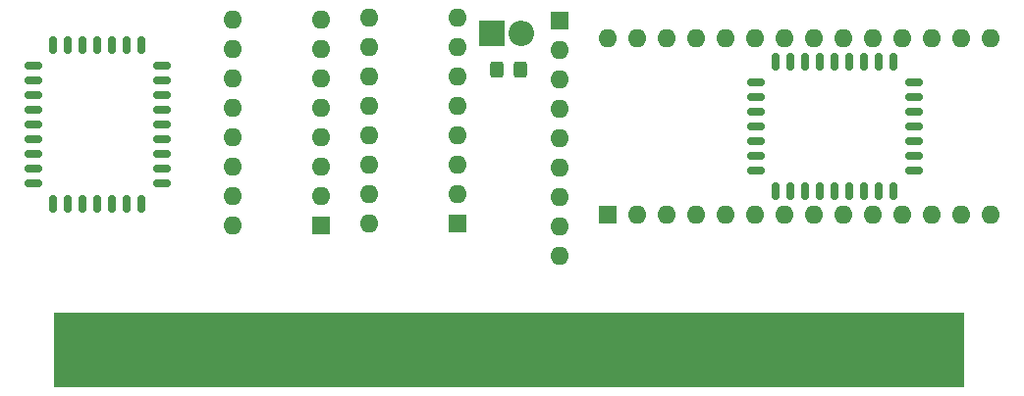
<source format=gbr>
%TF.GenerationSoftware,KiCad,Pcbnew,7.0.7*%
%TF.CreationDate,2023-09-07T16:09:01+01:00*%
%TF.ProjectId,FamiFlex,46616d69-466c-4657-982e-6b696361645f,rev?*%
%TF.SameCoordinates,Original*%
%TF.FileFunction,Soldermask,Top*%
%TF.FilePolarity,Negative*%
%FSLAX46Y46*%
G04 Gerber Fmt 4.6, Leading zero omitted, Abs format (unit mm)*
G04 Created by KiCad (PCBNEW 7.0.7) date 2023-09-07 16:09:01*
%MOMM*%
%LPD*%
G01*
G04 APERTURE LIST*
G04 Aperture macros list*
%AMRoundRect*
0 Rectangle with rounded corners*
0 $1 Rounding radius*
0 $2 $3 $4 $5 $6 $7 $8 $9 X,Y pos of 4 corners*
0 Add a 4 corners polygon primitive as box body*
4,1,4,$2,$3,$4,$5,$6,$7,$8,$9,$2,$3,0*
0 Add four circle primitives for the rounded corners*
1,1,$1+$1,$2,$3*
1,1,$1+$1,$4,$5*
1,1,$1+$1,$6,$7*
1,1,$1+$1,$8,$9*
0 Add four rect primitives between the rounded corners*
20,1,$1+$1,$2,$3,$4,$5,0*
20,1,$1+$1,$4,$5,$6,$7,0*
20,1,$1+$1,$6,$7,$8,$9,0*
20,1,$1+$1,$8,$9,$2,$3,0*%
G04 Aperture macros list end*
%ADD10C,0.100000*%
%ADD11RoundRect,0.250000X0.325000X0.450000X-0.325000X0.450000X-0.325000X-0.450000X0.325000X-0.450000X0*%
%ADD12R,2.200000X2.200000*%
%ADD13O,2.200000X2.200000*%
%ADD14R,1.600000X1.600000*%
%ADD15O,1.600000X1.600000*%
%ADD16RoundRect,0.150000X-0.150000X-0.587500X0.150000X-0.587500X0.150000X0.587500X-0.150000X0.587500X0*%
%ADD17RoundRect,0.150000X-0.587500X-0.150000X0.587500X-0.150000X0.587500X0.150000X-0.587500X0.150000X0*%
%ADD18RoundRect,0.150000X0.587500X-0.150000X0.587500X0.150000X-0.587500X0.150000X-0.587500X-0.150000X0*%
%ADD19RoundRect,0.150000X0.150000X-0.587500X0.150000X0.587500X-0.150000X0.587500X-0.150000X-0.587500X0*%
G04 APERTURE END LIST*
D10*
%TO.C,H1*%
X35810000Y-85100000D02*
X114200000Y-85100000D01*
X114200000Y-85100000D02*
X114200000Y-91400000D01*
X114200000Y-91400000D02*
X35810000Y-91400000D01*
X35810000Y-91400000D02*
X35810000Y-85100000D01*
G36*
X35810000Y-85100000D02*
G01*
X114200000Y-85100000D01*
X114200000Y-91400000D01*
X35810000Y-91400000D01*
X35810000Y-85100000D01*
G37*
%TD*%
D11*
%TO.C,R1*%
X76025000Y-64100000D03*
X73975000Y-64100000D03*
%TD*%
D12*
%TO.C,D1*%
X73550000Y-60950000D03*
D13*
X76090000Y-60950000D03*
%TD*%
D14*
%TO.C,U4*%
X70650000Y-77400000D03*
D15*
X70650000Y-74860000D03*
X70650000Y-72320000D03*
X70650000Y-69780000D03*
X70650000Y-67240000D03*
X70650000Y-64700000D03*
X70650000Y-62160000D03*
X70650000Y-59620000D03*
X63030000Y-59620000D03*
X63030000Y-62160000D03*
X63030000Y-64700000D03*
X63030000Y-67240000D03*
X63030000Y-69780000D03*
X63030000Y-72320000D03*
X63030000Y-74860000D03*
X63030000Y-77400000D03*
%TD*%
D14*
%TO.C,U5*%
X83570000Y-76640000D03*
D15*
X86110000Y-76640000D03*
X88650000Y-76640000D03*
X91190000Y-76640000D03*
X93730000Y-76640000D03*
X96270000Y-76640000D03*
X98810000Y-76640000D03*
X101350000Y-76640000D03*
X103890000Y-76640000D03*
X106430000Y-76640000D03*
X108970000Y-76640000D03*
X111510000Y-76640000D03*
X114050000Y-76640000D03*
X116590000Y-76640000D03*
X116590000Y-61400000D03*
X114050000Y-61400000D03*
X111510000Y-61400000D03*
X108970000Y-61400000D03*
X106430000Y-61400000D03*
X103890000Y-61400000D03*
X101350000Y-61400000D03*
X98810000Y-61400000D03*
X96270000Y-61400000D03*
X93730000Y-61400000D03*
X91190000Y-61400000D03*
X88650000Y-61400000D03*
X86110000Y-61400000D03*
X83570000Y-61400000D03*
%TD*%
D16*
%TO.C,U1*%
X39567500Y-61972500D03*
X38297500Y-61972500D03*
X37027500Y-61972500D03*
X35757500Y-61972500D03*
D17*
X34005000Y-63730000D03*
X34005000Y-65000000D03*
X34005000Y-66270000D03*
X34005000Y-67540000D03*
X34005000Y-68810000D03*
X34005000Y-70080000D03*
X34005000Y-71350000D03*
X34005000Y-72620000D03*
X34005000Y-73890000D03*
D16*
X35757500Y-75647500D03*
X37027500Y-75647500D03*
X38297500Y-75647500D03*
X39567500Y-75647500D03*
X40837500Y-75647500D03*
X42107500Y-75647500D03*
X43377500Y-75647500D03*
D17*
X45130000Y-73890000D03*
X45130000Y-72620000D03*
X45130000Y-71350000D03*
X45130000Y-70080000D03*
X45130000Y-68810000D03*
X45130000Y-67540000D03*
X45130000Y-66270000D03*
X45130000Y-65000000D03*
X45130000Y-63730000D03*
D16*
X43377500Y-61972500D03*
X42107500Y-61972500D03*
X40837500Y-61972500D03*
%TD*%
D14*
%TO.C,RN1*%
X79450000Y-59850000D03*
D15*
X79450000Y-62390000D03*
X79450000Y-64930000D03*
X79450000Y-67470000D03*
X79450000Y-70010000D03*
X79450000Y-72550000D03*
X79450000Y-75090000D03*
X79450000Y-77630000D03*
X79450000Y-80170000D03*
%TD*%
D18*
%TO.C,U2*%
X96322500Y-68967500D03*
X96322500Y-70237500D03*
X96322500Y-71507500D03*
X96322500Y-72777500D03*
D19*
X98080000Y-74530000D03*
X99350000Y-74530000D03*
X100620000Y-74530000D03*
X101890000Y-74530000D03*
X103160000Y-74530000D03*
X104430000Y-74530000D03*
X105700000Y-74530000D03*
X106970000Y-74530000D03*
X108240000Y-74530000D03*
D18*
X109997500Y-72777500D03*
X109997500Y-71507500D03*
X109997500Y-70237500D03*
X109997500Y-68967500D03*
X109997500Y-67697500D03*
X109997500Y-66427500D03*
X109997500Y-65157500D03*
D19*
X108240000Y-63405000D03*
X106970000Y-63405000D03*
X105700000Y-63405000D03*
X104430000Y-63405000D03*
X103160000Y-63405000D03*
X101890000Y-63405000D03*
X100620000Y-63405000D03*
X99350000Y-63405000D03*
X98080000Y-63405000D03*
D18*
X96322500Y-65157500D03*
X96322500Y-66427500D03*
X96322500Y-67697500D03*
%TD*%
D14*
%TO.C,U3*%
X58850000Y-77500000D03*
D15*
X58850000Y-74960000D03*
X58850000Y-72420000D03*
X58850000Y-69880000D03*
X58850000Y-67340000D03*
X58850000Y-64800000D03*
X58850000Y-62260000D03*
X58850000Y-59720000D03*
X51230000Y-59720000D03*
X51230000Y-62260000D03*
X51230000Y-64800000D03*
X51230000Y-67340000D03*
X51230000Y-69880000D03*
X51230000Y-72420000D03*
X51230000Y-74960000D03*
X51230000Y-77500000D03*
%TD*%
M02*

</source>
